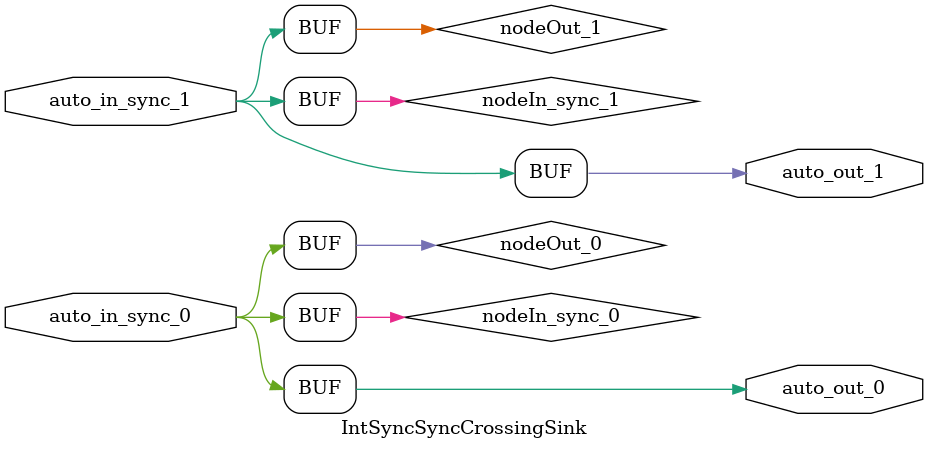
<source format=sv>
`ifndef RANDOMIZE
  `ifdef RANDOMIZE_REG_INIT
    `define RANDOMIZE
  `endif // RANDOMIZE_REG_INIT
`endif // not def RANDOMIZE
`ifndef RANDOMIZE
  `ifdef RANDOMIZE_MEM_INIT
    `define RANDOMIZE
  `endif // RANDOMIZE_MEM_INIT
`endif // not def RANDOMIZE

`ifndef RANDOM
  `define RANDOM $random
`endif // not def RANDOM

// Users can define 'ASSERT_VERBOSE_COND' to add an extra gate to assert error printing.
`ifndef ASSERT_VERBOSE_COND_
  `ifdef ASSERT_VERBOSE_COND
    `define ASSERT_VERBOSE_COND_ (`ASSERT_VERBOSE_COND)
  `else  // ASSERT_VERBOSE_COND
    `define ASSERT_VERBOSE_COND_ 1
  `endif // ASSERT_VERBOSE_COND
`endif // not def ASSERT_VERBOSE_COND_

// Users can define 'STOP_COND' to add an extra gate to stop conditions.
`ifndef STOP_COND_
  `ifdef STOP_COND
    `define STOP_COND_ (`STOP_COND)
  `else  // STOP_COND
    `define STOP_COND_ 1
  `endif // STOP_COND
`endif // not def STOP_COND_

// Users can define INIT_RANDOM as general code that gets injected into the
// initializer block for modules with registers.
`ifndef INIT_RANDOM
  `define INIT_RANDOM
`endif // not def INIT_RANDOM

// If using random initialization, you can also define RANDOMIZE_DELAY to
// customize the delay used, otherwise 0.002 is used.
`ifndef RANDOMIZE_DELAY
  `define RANDOMIZE_DELAY 0.002
`endif // not def RANDOMIZE_DELAY

// Define INIT_RANDOM_PROLOG_ for use in our modules below.
`ifndef INIT_RANDOM_PROLOG_
  `ifdef RANDOMIZE
    `ifdef VERILATOR
      `define INIT_RANDOM_PROLOG_ `INIT_RANDOM
    `else  // VERILATOR
      `define INIT_RANDOM_PROLOG_ `INIT_RANDOM #`RANDOMIZE_DELAY begin end
    `endif // VERILATOR
  `else  // RANDOMIZE
    `define INIT_RANDOM_PROLOG_
  `endif // RANDOMIZE
`endif // not def INIT_RANDOM_PROLOG_

module IntSyncSyncCrossingSink(
  input  auto_in_sync_0,	// src/main/scala/diplomacy/LazyModule.scala:374:18
         auto_in_sync_1,	// src/main/scala/diplomacy/LazyModule.scala:374:18
  output auto_out_0,	// src/main/scala/diplomacy/LazyModule.scala:374:18
         auto_out_1	// src/main/scala/diplomacy/LazyModule.scala:374:18
);

  wire nodeIn_sync_0 = auto_in_sync_0;	// src/main/scala/diplomacy/Nodes.scala:1214:17
  wire nodeIn_sync_1 = auto_in_sync_1;	// src/main/scala/diplomacy/Nodes.scala:1214:17
  wire nodeOut_0 = nodeIn_sync_0;	// src/main/scala/diplomacy/Nodes.scala:1205:17, :1214:17
  wire nodeOut_1 = nodeIn_sync_1;	// src/main/scala/diplomacy/Nodes.scala:1205:17, :1214:17
  assign auto_out_0 = nodeOut_0;	// src/main/scala/diplomacy/Nodes.scala:1205:17
  assign auto_out_1 = nodeOut_1;	// src/main/scala/diplomacy/Nodes.scala:1205:17
endmodule


</source>
